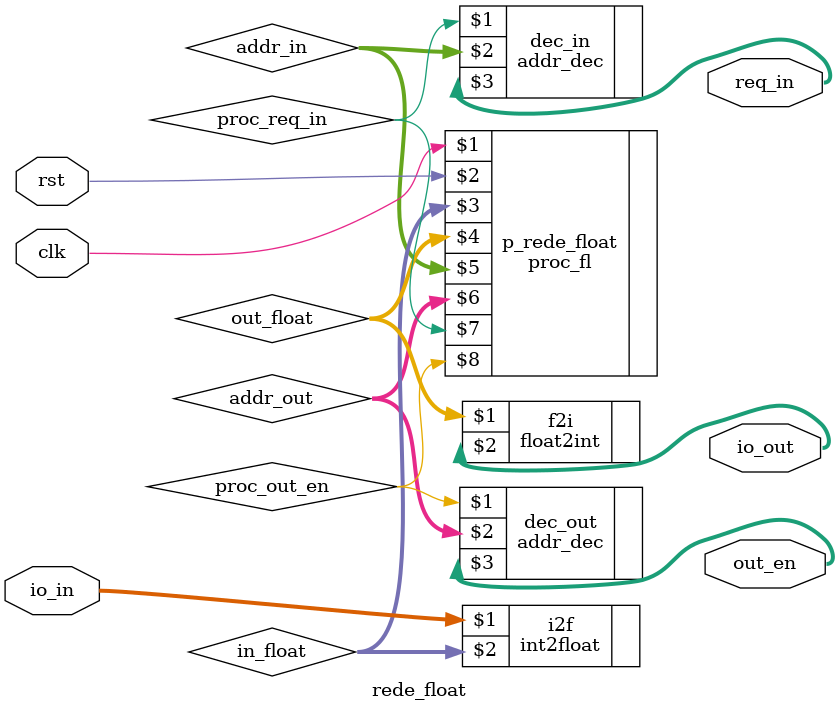
<source format=v>
module rede_float (
input clk, rst,
input signed [18:0] io_in,
output signed [27:0] io_out,
output [3:0] req_in,
output [3:0] out_en);

wire signed [27:0] in_float;
wire signed [27:0] out_float;

int2float #(.MAN(19),.EXP(8)) i2f (io_in, in_float);

wire proc_req_in, proc_out_en;
wire [1:0] addr_in;
wire [1:0] addr_out;

proc_fl #(.NBMANT(19),
.NBEXPO(8),
.MDATAS(32920),
.MINSTS(449),
.SDEPTH(4),
.NUIOIN(4),
.NUIOOU(4),
.EQU(1),
.MLT(1),
.ADD(1),
.NEG(1),
.LES(1),
.LAN(1),
.ABS(1),
.SRF(1),
.DFILE("C:/Users/melis/Desktop/GitDesk/rede_float/rede_float/Hardware/rede_float_H/rede_float_data.mif"),
.IFILE("C:/Users/melis/Desktop/GitDesk/rede_float/rede_float/Hardware/rede_float_H/rede_float_inst.mif")
) p_rede_float (clk, rst, in_float, out_float, addr_in, addr_out, proc_req_in, proc_out_en);

float2int #(.EXP(8),.MAN(19)) f2i (out_float, io_out);

addr_dec #(4) dec_in (proc_req_in, addr_in , req_in);
addr_dec #(4) dec_out(proc_out_en, addr_out, out_en);

endmodule

</source>
